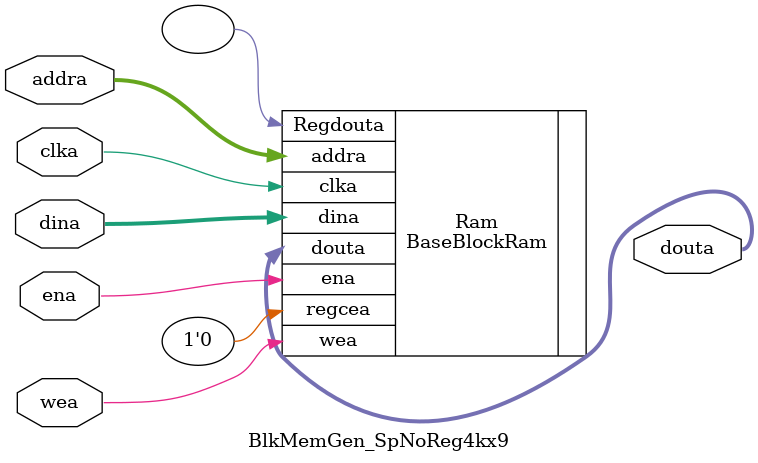
<source format=v>
/*
	BlkMemGen_SpNoReg4kx9.v: Behavior version of block RAM

		  Ted Rossin 8-26-2024
	  		     9-24-2024 

     Note: This is modeling the default WRITE_FIRST or Transparent mode.
*/

`timescale 1ns / 1ps

module BlkMemGen_SpNoReg4kx9 (
     input clka
    ,input ena
    ,input wea
    ,input[11:0] addra
    ,input[8:0] dina
    ,output[8:0] douta
);

    BaseBlockRam #(.AddrWidth(12),.DataWidth(9)) Ram(
	 .clka(clka)
    	,.ena(ena)
	,.wea(wea)
	,.regcea(1'b0)
	,.addra(addra)
	,.dina(dina)
	,.douta(douta)
	,.Regdouta()
    );

endmodule

</source>
